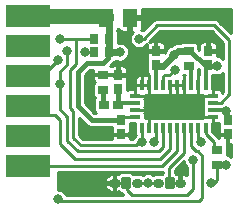
<source format=gtl>
G75*
%MOIN*%
%OFA0B0*%
%FSLAX25Y25*%
%IPPOS*%
%LPD*%
%AMOC8*
5,1,8,0,0,1.08239X$1,22.5*
%
%ADD10R,0.02913X0.03642*%
%ADD11R,0.03642X0.02913*%
%ADD12R,0.05118X0.06299*%
%ADD13R,0.15000X0.07600*%
%ADD14R,0.01378X0.03543*%
%ADD15R,0.03543X0.01378*%
%ADD16C,0.03150*%
%ADD17C,0.01575*%
%ADD18R,0.03543X0.02756*%
%ADD19R,0.02756X0.03543*%
%ADD20C,0.01000*%
%ADD21C,0.03175*%
%ADD22C,0.01600*%
%ADD23C,0.01200*%
%ADD24C,0.02400*%
%ADD25C,0.05000*%
D10*
X0051500Y0048240D03*
X0051500Y0052964D03*
X0050500Y0063240D03*
X0050500Y0067964D03*
X0063000Y0071240D03*
X0063000Y0075964D03*
X0080500Y0075964D03*
X0080500Y0071240D03*
X0087000Y0052964D03*
X0087000Y0048240D03*
D11*
X0050362Y0058102D03*
X0045638Y0058102D03*
D12*
X0046563Y0087102D03*
X0054437Y0087102D03*
D13*
X0020500Y0087602D03*
X0020500Y0077602D03*
X0020500Y0067602D03*
X0020500Y0057602D03*
X0020500Y0047602D03*
X0020500Y0037602D03*
D14*
X0058370Y0050515D03*
X0060732Y0050515D03*
X0063094Y0050515D03*
X0065457Y0050515D03*
X0067819Y0050515D03*
X0070181Y0050515D03*
X0072543Y0050515D03*
X0074906Y0050515D03*
X0077268Y0050515D03*
X0079630Y0050515D03*
X0079630Y0064689D03*
X0077268Y0064689D03*
X0074906Y0064689D03*
X0072543Y0064689D03*
X0070181Y0064689D03*
X0067819Y0064689D03*
X0065457Y0064689D03*
X0063094Y0064689D03*
X0060732Y0064689D03*
X0058370Y0064689D03*
D15*
X0056008Y0061145D03*
X0056008Y0058783D03*
X0056008Y0056421D03*
X0056008Y0054059D03*
X0081992Y0054059D03*
X0081992Y0056421D03*
X0081992Y0058783D03*
X0081992Y0061145D03*
D16*
X0071586Y0032102D02*
X0070800Y0032102D01*
X0064200Y0032102D02*
X0063414Y0032102D01*
X0057086Y0032102D02*
X0056300Y0032102D01*
X0049700Y0032102D02*
X0048914Y0032102D01*
D17*
X0053788Y0033283D02*
X0053788Y0030921D01*
X0052212Y0030921D01*
X0052212Y0033283D01*
X0053788Y0033283D01*
X0053788Y0032495D02*
X0052212Y0032495D01*
X0066712Y0033283D02*
X0066712Y0030921D01*
X0066712Y0033283D02*
X0068288Y0033283D01*
X0068288Y0030921D01*
X0066712Y0030921D01*
X0066712Y0032495D02*
X0068288Y0032495D01*
D18*
X0083500Y0038043D03*
X0083500Y0043161D03*
X0074000Y0071043D03*
X0074000Y0076161D03*
X0045500Y0068161D03*
X0045500Y0063043D03*
D19*
X0047559Y0075602D03*
X0047559Y0080102D03*
X0042441Y0080102D03*
X0042441Y0075602D03*
D20*
X0039500Y0075602D01*
X0036500Y0071602D02*
X0036500Y0080102D01*
X0031000Y0080102D01*
X0033500Y0076102D02*
X0033500Y0071602D01*
X0031000Y0069102D01*
X0031000Y0065102D01*
X0031000Y0056602D01*
X0033500Y0054102D01*
X0033500Y0046102D01*
X0037000Y0042602D01*
X0064000Y0042602D01*
X0065457Y0044059D01*
X0065457Y0050515D01*
X0063094Y0050515D02*
X0063094Y0046197D01*
X0062500Y0045602D01*
X0058500Y0045602D02*
X0058500Y0050385D01*
X0058370Y0050515D01*
X0060732Y0050516D02*
X0060732Y0053787D01*
X0059846Y0053787D01*
X0059715Y0053752D01*
X0059680Y0053787D01*
X0059280Y0053787D01*
X0059280Y0055369D01*
X0059245Y0055404D01*
X0059280Y0055534D01*
X0059280Y0056421D01*
X0059280Y0057307D01*
X0059245Y0057438D01*
X0059280Y0057473D01*
X0059280Y0060093D01*
X0059245Y0060128D01*
X0059280Y0060259D01*
X0059280Y0061145D01*
X0056008Y0061145D01*
X0056008Y0061145D01*
X0059280Y0061145D01*
X0059280Y0061423D01*
X0059551Y0061496D01*
X0059846Y0061417D01*
X0060732Y0061417D01*
X0060732Y0064688D01*
X0060732Y0064688D01*
X0060732Y0064689D02*
X0058370Y0064689D01*
X0058370Y0067960D01*
X0057484Y0067960D01*
X0057102Y0067858D01*
X0056760Y0067661D01*
X0056481Y0067381D01*
X0056283Y0067039D01*
X0056181Y0066658D01*
X0056181Y0064689D01*
X0058370Y0064689D01*
X0058370Y0064689D01*
X0058370Y0067960D01*
X0059257Y0067960D01*
X0059551Y0067881D01*
X0059846Y0067960D01*
X0060732Y0067960D01*
X0060732Y0064689D01*
X0060732Y0064689D01*
X0060732Y0064689D01*
X0060559Y0064689D01*
X0058370Y0064689D01*
X0058370Y0064689D01*
X0058370Y0064689D01*
X0056181Y0064689D01*
X0056181Y0063334D01*
X0056008Y0063334D01*
X0056008Y0061145D01*
X0056008Y0061145D01*
X0056008Y0063334D01*
X0054039Y0063334D01*
X0053657Y0063232D01*
X0053457Y0063116D01*
X0053457Y0065682D01*
X0053401Y0065738D01*
X0053457Y0065946D01*
X0053457Y0067736D01*
X0050728Y0067736D01*
X0050728Y0068193D01*
X0050272Y0068193D01*
X0050272Y0071285D01*
X0048846Y0071285D01*
X0048464Y0071183D01*
X0048122Y0070985D01*
X0047992Y0070855D01*
X0047851Y0070937D01*
X0047643Y0070992D01*
X0047800Y0071149D01*
X0048981Y0072330D01*
X0049558Y0072330D01*
X0049931Y0072703D01*
X0050386Y0072515D01*
X0051614Y0072515D01*
X0052749Y0072985D01*
X0053617Y0073853D01*
X0054087Y0074988D01*
X0054087Y0076216D01*
X0053617Y0077351D01*
X0052749Y0078219D01*
X0051614Y0078689D01*
X0050437Y0078689D01*
X0050437Y0082495D01*
X0050259Y0082673D01*
X0050259Y0082968D01*
X0050548Y0083257D01*
X0050678Y0083031D01*
X0050957Y0082752D01*
X0051299Y0082555D01*
X0051680Y0082452D01*
X0053937Y0082452D01*
X0053937Y0086602D01*
X0054937Y0086602D01*
X0054937Y0082452D01*
X0055484Y0082452D01*
X0054883Y0081851D01*
X0054413Y0080716D01*
X0054413Y0079488D01*
X0054883Y0078353D01*
X0055751Y0077485D01*
X0056886Y0077015D01*
X0058114Y0077015D01*
X0059249Y0077485D01*
X0060117Y0078353D01*
X0060144Y0078418D01*
X0060221Y0078494D01*
X0060146Y0078364D01*
X0060043Y0077983D01*
X0060043Y0076193D01*
X0062772Y0076193D01*
X0062772Y0079285D01*
X0061346Y0079285D01*
X0060964Y0079183D01*
X0060834Y0079108D01*
X0061000Y0079274D01*
X0064328Y0082602D01*
X0081672Y0082602D01*
X0085500Y0078774D01*
X0085500Y0073468D01*
X0085249Y0073719D01*
X0084114Y0074189D01*
X0083457Y0074189D01*
X0083457Y0075736D01*
X0080728Y0075736D01*
X0080728Y0076193D01*
X0080272Y0076193D01*
X0080272Y0079285D01*
X0078846Y0079285D01*
X0078464Y0079183D01*
X0078122Y0078985D01*
X0077843Y0078706D01*
X0077646Y0078364D01*
X0077543Y0077983D01*
X0077543Y0076311D01*
X0077272Y0076583D01*
X0077272Y0078160D01*
X0076393Y0079039D01*
X0071607Y0079039D01*
X0071370Y0078802D01*
X0069963Y0078802D01*
X0068971Y0078391D01*
X0068186Y0077607D01*
X0067251Y0077219D01*
X0066383Y0076351D01*
X0065995Y0075416D01*
X0065957Y0075377D01*
X0065957Y0075736D01*
X0063228Y0075736D01*
X0063228Y0076193D01*
X0062772Y0076193D01*
X0062772Y0075736D01*
X0060043Y0075736D01*
X0060043Y0073946D01*
X0060099Y0073738D01*
X0060043Y0073682D01*
X0060043Y0068798D01*
X0060881Y0067960D01*
X0060732Y0067960D01*
X0060732Y0064689D01*
X0060732Y0064688D02*
X0060732Y0061417D01*
X0061619Y0061417D01*
X0061749Y0061452D01*
X0061784Y0061417D01*
X0066767Y0061417D01*
X0066802Y0061452D01*
X0066932Y0061417D01*
X0067819Y0061417D01*
X0068705Y0061417D01*
X0069000Y0061496D01*
X0069295Y0061417D01*
X0070181Y0061417D01*
X0070181Y0064688D01*
X0070181Y0064688D01*
X0070181Y0061417D01*
X0071068Y0061417D01*
X0071362Y0061496D01*
X0071657Y0061417D01*
X0072543Y0061417D01*
X0072543Y0064688D01*
X0072543Y0064688D01*
X0072543Y0064689D02*
X0070181Y0064689D01*
X0070181Y0064689D01*
X0070008Y0064689D01*
X0067819Y0064689D01*
X0067819Y0064689D01*
X0070181Y0064689D01*
X0072370Y0064689D01*
X0072543Y0064689D01*
X0072543Y0067960D01*
X0072162Y0067960D01*
X0072247Y0068165D01*
X0072806Y0068165D01*
X0072806Y0067960D01*
X0072543Y0067960D01*
X0072543Y0064689D01*
X0072543Y0064689D01*
X0072543Y0064689D01*
X0072543Y0064688D02*
X0072543Y0061417D01*
X0073430Y0061417D01*
X0073560Y0061452D01*
X0073595Y0061417D01*
X0076216Y0061417D01*
X0076251Y0061452D01*
X0076381Y0061417D01*
X0077268Y0061417D01*
X0078154Y0061417D01*
X0078285Y0061452D01*
X0078320Y0061417D01*
X0078720Y0061417D01*
X0078720Y0061145D01*
X0078720Y0060259D01*
X0078755Y0060128D01*
X0078720Y0060093D01*
X0078720Y0055111D01*
X0078755Y0055076D01*
X0078720Y0054945D01*
X0078720Y0054059D01*
X0081992Y0054059D01*
X0081992Y0054059D01*
X0078720Y0054059D01*
X0078720Y0053787D01*
X0061784Y0053787D01*
X0061749Y0053752D01*
X0061619Y0053787D01*
X0060732Y0053787D01*
X0060732Y0050516D01*
X0060732Y0050516D01*
X0060732Y0050560D02*
X0060732Y0050560D01*
X0060732Y0051559D02*
X0060732Y0051559D01*
X0060732Y0052557D02*
X0060732Y0052557D01*
X0060732Y0053556D02*
X0060732Y0053556D01*
X0059280Y0054554D02*
X0078720Y0054554D01*
X0078720Y0055553D02*
X0059280Y0055553D01*
X0059280Y0056421D02*
X0056008Y0056421D01*
X0059280Y0056421D01*
X0059280Y0056551D02*
X0078720Y0056551D01*
X0078720Y0057550D02*
X0059280Y0057550D01*
X0059280Y0058548D02*
X0078720Y0058548D01*
X0078720Y0059547D02*
X0059280Y0059547D01*
X0059280Y0060545D02*
X0078720Y0060545D01*
X0078720Y0061145D02*
X0081992Y0061145D01*
X0081992Y0061145D01*
X0078720Y0061145D01*
X0077268Y0061417D02*
X0077268Y0064688D01*
X0077268Y0064688D01*
X0077268Y0061417D01*
X0077268Y0061544D02*
X0077268Y0061544D01*
X0077268Y0062542D02*
X0077268Y0062542D01*
X0077268Y0063541D02*
X0077268Y0063541D01*
X0077268Y0064539D02*
X0077268Y0064539D01*
X0077268Y0064689D02*
X0077268Y0067960D01*
X0077268Y0064689D01*
X0077268Y0064689D01*
X0077268Y0065538D02*
X0077268Y0065538D01*
X0077268Y0066537D02*
X0077268Y0066537D01*
X0077268Y0067535D02*
X0077268Y0067535D01*
X0077268Y0067960D02*
X0077005Y0067960D01*
X0077005Y0068778D01*
X0077272Y0069044D01*
X0077272Y0070078D01*
X0077330Y0070019D01*
X0077330Y0069917D01*
X0077530Y0069717D01*
X0077530Y0067960D01*
X0077268Y0067960D01*
X0077530Y0068534D02*
X0077005Y0068534D01*
X0077272Y0069532D02*
X0077530Y0069532D01*
X0081730Y0067919D02*
X0082578Y0067919D01*
X0082736Y0068077D01*
X0082886Y0068015D01*
X0084114Y0068015D01*
X0085249Y0068485D01*
X0085500Y0068736D01*
X0085500Y0062430D01*
X0085229Y0062160D01*
X0085162Y0062413D01*
X0084964Y0062755D01*
X0084685Y0063035D01*
X0084343Y0063232D01*
X0083961Y0063334D01*
X0081992Y0063334D01*
X0081819Y0063334D01*
X0081819Y0067082D01*
X0081730Y0067171D01*
X0081730Y0067919D01*
X0081730Y0067535D02*
X0085500Y0067535D01*
X0085500Y0066537D02*
X0081819Y0066537D01*
X0081819Y0065538D02*
X0085500Y0065538D01*
X0085500Y0064539D02*
X0081819Y0064539D01*
X0081819Y0063541D02*
X0085500Y0063541D01*
X0085500Y0062542D02*
X0085087Y0062542D01*
X0087500Y0061602D02*
X0084681Y0058783D01*
X0081992Y0058783D01*
X0081992Y0061145D02*
X0081992Y0063334D01*
X0081992Y0061145D01*
X0081992Y0061145D01*
X0081992Y0061544D02*
X0081992Y0061544D01*
X0081992Y0062542D02*
X0081992Y0062542D01*
X0087500Y0061602D02*
X0087500Y0079602D01*
X0082500Y0084602D01*
X0063500Y0084602D01*
X0059000Y0080102D01*
X0057500Y0080102D01*
X0059284Y0077520D02*
X0060043Y0077520D01*
X0060043Y0076522D02*
X0053961Y0076522D01*
X0054087Y0075523D02*
X0060043Y0075523D01*
X0060043Y0074525D02*
X0053895Y0074525D01*
X0053290Y0073526D02*
X0060043Y0073526D01*
X0060043Y0072528D02*
X0051645Y0072528D01*
X0050355Y0072528D02*
X0049756Y0072528D01*
X0050728Y0071285D02*
X0050728Y0068193D01*
X0053457Y0068193D01*
X0053457Y0069983D01*
X0053354Y0070364D01*
X0053157Y0070706D01*
X0052878Y0070985D01*
X0052536Y0071183D01*
X0052154Y0071285D01*
X0050728Y0071285D01*
X0050728Y0070531D02*
X0050272Y0070531D01*
X0050272Y0069532D02*
X0050728Y0069532D01*
X0050728Y0068534D02*
X0050272Y0068534D01*
X0050272Y0068193D02*
X0050272Y0067736D01*
X0048772Y0067736D01*
X0048772Y0067972D01*
X0045689Y0067972D01*
X0045689Y0068350D01*
X0047543Y0068350D01*
X0047543Y0068193D01*
X0050272Y0068193D01*
X0053457Y0068534D02*
X0060307Y0068534D01*
X0060043Y0069532D02*
X0053457Y0069532D01*
X0053258Y0070531D02*
X0060043Y0070531D01*
X0060043Y0071529D02*
X0048180Y0071529D01*
X0045311Y0068350D02*
X0045311Y0067972D01*
X0042228Y0067972D01*
X0042228Y0066586D01*
X0042331Y0066204D01*
X0042528Y0065862D01*
X0042788Y0065602D01*
X0042228Y0065042D01*
X0042228Y0061044D01*
X0042704Y0060568D01*
X0042317Y0060180D01*
X0042317Y0056024D01*
X0043077Y0055264D01*
X0042590Y0055264D01*
X0039300Y0058555D01*
X0039300Y0068149D01*
X0040953Y0069802D01*
X0042246Y0069802D01*
X0042228Y0069737D01*
X0042228Y0068350D01*
X0045311Y0068350D01*
X0042724Y0065538D02*
X0039300Y0065538D01*
X0039300Y0064539D02*
X0042228Y0064539D01*
X0042228Y0063541D02*
X0039300Y0063541D01*
X0039300Y0062542D02*
X0042228Y0062542D01*
X0042228Y0061544D02*
X0039300Y0061544D01*
X0039300Y0060545D02*
X0042682Y0060545D01*
X0042317Y0059547D02*
X0039300Y0059547D01*
X0039306Y0058548D02*
X0042317Y0058548D01*
X0042317Y0057550D02*
X0040305Y0057550D01*
X0041303Y0056551D02*
X0042317Y0056551D01*
X0042302Y0055553D02*
X0042788Y0055553D01*
X0039790Y0051559D02*
X0037500Y0051559D01*
X0037500Y0052557D02*
X0038792Y0052557D01*
X0037793Y0053556D02*
X0037500Y0053556D01*
X0037500Y0053849D02*
X0040685Y0050664D01*
X0048543Y0050664D01*
X0048543Y0050522D01*
X0048599Y0050466D01*
X0048543Y0050258D01*
X0048543Y0048468D01*
X0051272Y0048468D01*
X0051272Y0048011D01*
X0048543Y0048011D01*
X0048543Y0046602D01*
X0038828Y0046602D01*
X0037500Y0047930D01*
X0037500Y0053849D01*
X0035500Y0056102D02*
X0034500Y0057102D01*
X0034500Y0069602D01*
X0036500Y0071602D01*
X0039684Y0068534D02*
X0042228Y0068534D01*
X0042228Y0069532D02*
X0040683Y0069532D01*
X0039300Y0067535D02*
X0042228Y0067535D01*
X0042241Y0066537D02*
X0039300Y0066537D01*
X0030500Y0073102D02*
X0025000Y0067602D01*
X0023500Y0067602D01*
X0020500Y0067602D01*
X0025000Y0067602D02*
X0025500Y0067602D01*
X0025500Y0069102D01*
X0024500Y0070102D01*
X0020500Y0057602D02*
X0023500Y0054602D01*
X0029500Y0054602D01*
X0031000Y0053102D01*
X0031000Y0045102D01*
X0036000Y0040102D01*
X0064500Y0040102D01*
X0067819Y0043421D01*
X0067819Y0050515D01*
X0070181Y0050515D02*
X0070181Y0042783D01*
X0065000Y0037602D01*
X0020500Y0037602D01*
X0030500Y0035602D02*
X0030500Y0029689D01*
X0031114Y0029689D01*
X0032249Y0029219D01*
X0033117Y0028351D01*
X0033220Y0028102D01*
X0052172Y0028102D01*
X0051640Y0028634D01*
X0051265Y0028634D01*
X0050708Y0029191D01*
X0050598Y0029145D01*
X0050004Y0029027D01*
X0049594Y0029027D01*
X0049594Y0031815D01*
X0049020Y0031815D01*
X0045839Y0031815D01*
X0045839Y0031799D01*
X0045957Y0031205D01*
X0046189Y0030646D01*
X0046525Y0030142D01*
X0046953Y0029714D01*
X0047457Y0029377D01*
X0048016Y0029145D01*
X0048611Y0029027D01*
X0049020Y0029027D01*
X0049020Y0031815D01*
X0049020Y0032389D01*
X0045839Y0032389D01*
X0045839Y0032405D01*
X0045957Y0032999D01*
X0046189Y0033558D01*
X0046525Y0034062D01*
X0046953Y0034490D01*
X0047457Y0034827D01*
X0048016Y0035059D01*
X0048611Y0035177D01*
X0049020Y0035177D01*
X0049020Y0032389D01*
X0049594Y0032389D01*
X0049594Y0035177D01*
X0050004Y0035177D01*
X0050598Y0035059D01*
X0050708Y0035013D01*
X0051265Y0035571D01*
X0054735Y0035571D01*
X0055292Y0035013D01*
X0055688Y0035177D01*
X0057698Y0035177D01*
X0058777Y0034730D01*
X0059886Y0035189D01*
X0061114Y0035189D01*
X0061973Y0034834D01*
X0062802Y0035177D01*
X0064812Y0035177D01*
X0065208Y0035013D01*
X0065500Y0035305D01*
X0065500Y0035602D01*
X0030500Y0035602D01*
X0030500Y0035583D02*
X0065500Y0035583D01*
X0067500Y0037102D02*
X0067500Y0032102D01*
X0069792Y0035013D02*
X0069500Y0035305D01*
X0069500Y0036274D01*
X0072413Y0039186D01*
X0072413Y0038988D01*
X0072883Y0037853D01*
X0073500Y0037236D01*
X0073500Y0034522D01*
X0073043Y0034827D01*
X0072484Y0035059D01*
X0071889Y0035177D01*
X0071480Y0035177D01*
X0071480Y0032389D01*
X0070905Y0032389D01*
X0070905Y0035177D01*
X0070496Y0035177D01*
X0069902Y0035059D01*
X0069792Y0035013D01*
X0069500Y0035583D02*
X0073500Y0035583D01*
X0073500Y0036581D02*
X0069808Y0036581D01*
X0070806Y0037580D02*
X0073156Y0037580D01*
X0072582Y0038578D02*
X0071805Y0038578D01*
X0072543Y0042145D02*
X0067500Y0037102D01*
X0070905Y0034584D02*
X0071480Y0034584D01*
X0071480Y0033586D02*
X0070905Y0033586D01*
X0070905Y0032587D02*
X0071480Y0032587D01*
X0073406Y0034584D02*
X0073500Y0034584D01*
X0075500Y0030102D02*
X0073500Y0028102D01*
X0055000Y0028102D01*
X0053500Y0029602D01*
X0053500Y0031602D01*
X0053000Y0032102D01*
X0049594Y0032587D02*
X0049020Y0032587D01*
X0049020Y0031589D02*
X0049594Y0031589D01*
X0049594Y0030590D02*
X0049020Y0030590D01*
X0049020Y0029592D02*
X0049594Y0029592D01*
X0051681Y0028593D02*
X0032875Y0028593D01*
X0031350Y0029592D02*
X0047136Y0029592D01*
X0046226Y0030590D02*
X0030500Y0030590D01*
X0030500Y0031589D02*
X0045880Y0031589D01*
X0045875Y0032587D02*
X0030500Y0032587D01*
X0030500Y0033586D02*
X0046207Y0033586D01*
X0047094Y0034584D02*
X0030500Y0034584D01*
X0030500Y0026602D02*
X0031000Y0026102D01*
X0077500Y0026102D01*
X0078500Y0027102D01*
X0078500Y0041102D01*
X0077000Y0042602D01*
X0076500Y0042602D01*
X0074906Y0044197D01*
X0074906Y0050515D01*
X0072543Y0050515D02*
X0072543Y0042145D01*
X0075500Y0039602D02*
X0075500Y0030102D01*
X0081500Y0032102D02*
X0082500Y0032102D01*
X0083500Y0033102D01*
X0083500Y0038043D01*
X0085941Y0038043D01*
X0086500Y0038102D01*
X0086772Y0041189D02*
X0086772Y0045160D01*
X0086772Y0045160D01*
X0086772Y0048011D01*
X0087228Y0048011D01*
X0087228Y0044919D01*
X0088000Y0044919D01*
X0088000Y0040822D01*
X0087114Y0041189D01*
X0086772Y0041189D01*
X0086772Y0041574D02*
X0088000Y0041574D01*
X0088000Y0042572D02*
X0086772Y0042572D01*
X0086772Y0043571D02*
X0088000Y0043571D01*
X0088000Y0044569D02*
X0086772Y0044569D01*
X0086772Y0045568D02*
X0087228Y0045568D01*
X0087228Y0046566D02*
X0086772Y0046566D01*
X0086772Y0047565D02*
X0087228Y0047565D01*
X0086772Y0048011D02*
X0084043Y0048011D01*
X0084043Y0046887D01*
X0083328Y0047602D01*
X0081819Y0049112D01*
X0081819Y0051870D01*
X0081992Y0051870D01*
X0081992Y0054059D01*
X0081992Y0054059D01*
X0081992Y0051870D01*
X0083961Y0051870D01*
X0084043Y0051892D01*
X0084043Y0050522D01*
X0084099Y0050466D01*
X0084043Y0050258D01*
X0084043Y0048468D01*
X0086772Y0048468D01*
X0086772Y0048011D01*
X0084043Y0047565D02*
X0083366Y0047565D01*
X0084043Y0048563D02*
X0082367Y0048563D01*
X0081819Y0049562D02*
X0084043Y0049562D01*
X0084043Y0050560D02*
X0081819Y0050560D01*
X0081819Y0051559D02*
X0084043Y0051559D01*
X0081992Y0052557D02*
X0081992Y0052557D01*
X0081992Y0053556D02*
X0081992Y0053556D01*
X0079630Y0050515D02*
X0079630Y0048472D01*
X0082500Y0045602D01*
X0082500Y0043602D01*
X0083500Y0043161D01*
X0078000Y0045602D02*
X0077268Y0045834D01*
X0077268Y0050515D01*
X0072543Y0061544D02*
X0072543Y0061544D01*
X0072543Y0062542D02*
X0072543Y0062542D01*
X0072543Y0063541D02*
X0072543Y0063541D01*
X0072543Y0064539D02*
X0072543Y0064539D01*
X0072543Y0065538D02*
X0072543Y0065538D01*
X0072543Y0066537D02*
X0072543Y0066537D01*
X0072543Y0067535D02*
X0072543Y0067535D01*
X0070181Y0064689D02*
X0070181Y0064689D01*
X0070181Y0064539D02*
X0070181Y0064539D01*
X0070181Y0063541D02*
X0070181Y0063541D01*
X0070181Y0062542D02*
X0070181Y0062542D01*
X0070181Y0061544D02*
X0070181Y0061544D01*
X0067819Y0061544D02*
X0067819Y0061544D01*
X0067819Y0061417D02*
X0067819Y0064688D01*
X0067819Y0064688D01*
X0067819Y0061417D01*
X0067819Y0062542D02*
X0067819Y0062542D01*
X0067819Y0063541D02*
X0067819Y0063541D01*
X0067819Y0064539D02*
X0067819Y0064539D01*
X0065500Y0064689D02*
X0065500Y0067602D01*
X0066000Y0068102D01*
X0067500Y0068102D01*
X0069500Y0069602D01*
X0065500Y0064689D02*
X0065457Y0064689D01*
X0060732Y0064539D02*
X0060732Y0064539D01*
X0060732Y0063541D02*
X0060732Y0063541D01*
X0060732Y0062542D02*
X0060732Y0062542D01*
X0060732Y0061544D02*
X0060732Y0061544D01*
X0060732Y0065538D02*
X0060732Y0065538D01*
X0060732Y0066537D02*
X0060732Y0066537D01*
X0060732Y0067535D02*
X0060732Y0067535D01*
X0058370Y0067535D02*
X0058370Y0067535D01*
X0058370Y0066537D02*
X0058370Y0066537D01*
X0058370Y0065538D02*
X0058370Y0065538D01*
X0056635Y0067535D02*
X0053457Y0067535D01*
X0053457Y0066537D02*
X0056181Y0066537D01*
X0056181Y0065538D02*
X0053457Y0065538D01*
X0053457Y0064539D02*
X0056181Y0064539D01*
X0056181Y0063541D02*
X0053457Y0063541D01*
X0056008Y0062542D02*
X0056008Y0062542D01*
X0056008Y0061544D02*
X0056008Y0061544D01*
X0056008Y0056421D02*
X0056008Y0056421D01*
X0056008Y0054059D02*
X0051362Y0054059D01*
X0051500Y0052964D01*
X0054457Y0051870D02*
X0054457Y0050522D01*
X0054401Y0050466D01*
X0054457Y0050258D01*
X0054457Y0048468D01*
X0051728Y0048468D01*
X0051728Y0048011D01*
X0054457Y0048011D01*
X0054457Y0046602D01*
X0055572Y0046602D01*
X0055883Y0047351D01*
X0056418Y0047886D01*
X0056181Y0048122D01*
X0056181Y0051870D01*
X0054457Y0051870D01*
X0054457Y0051559D02*
X0056181Y0051559D01*
X0056181Y0050560D02*
X0054457Y0050560D01*
X0054457Y0049562D02*
X0056181Y0049562D01*
X0056181Y0048563D02*
X0054457Y0048563D01*
X0054457Y0047565D02*
X0056097Y0047565D01*
X0057500Y0045602D02*
X0056500Y0044602D01*
X0038000Y0044602D01*
X0035500Y0047102D01*
X0035500Y0056102D01*
X0037500Y0050560D02*
X0048543Y0050560D01*
X0048543Y0049562D02*
X0037500Y0049562D01*
X0037500Y0048563D02*
X0048543Y0048563D01*
X0048543Y0047565D02*
X0037866Y0047565D01*
X0049020Y0034584D02*
X0049594Y0034584D01*
X0049594Y0033586D02*
X0049020Y0033586D01*
X0056693Y0032102D02*
X0060500Y0032102D01*
X0063807Y0032102D01*
X0058500Y0045602D02*
X0057500Y0045602D01*
X0083457Y0074525D02*
X0085500Y0074525D01*
X0085500Y0075523D02*
X0083457Y0075523D01*
X0083457Y0076193D02*
X0083457Y0077983D01*
X0083354Y0078364D01*
X0083157Y0078706D01*
X0082878Y0078985D01*
X0082536Y0079183D01*
X0082154Y0079285D01*
X0080728Y0079285D01*
X0080728Y0076193D01*
X0083457Y0076193D01*
X0083457Y0076522D02*
X0085500Y0076522D01*
X0085500Y0077520D02*
X0083457Y0077520D01*
X0083265Y0078519D02*
X0085500Y0078519D01*
X0084756Y0079517D02*
X0061244Y0079517D01*
X0062242Y0080516D02*
X0083758Y0080516D01*
X0082759Y0081514D02*
X0063241Y0081514D01*
X0064239Y0082513D02*
X0081761Y0082513D01*
X0084500Y0085430D02*
X0083328Y0086602D01*
X0062672Y0086602D01*
X0058924Y0082854D01*
X0058254Y0083131D01*
X0058394Y0083373D01*
X0058496Y0083755D01*
X0058496Y0086602D01*
X0054937Y0086602D01*
X0054937Y0087602D01*
X0058496Y0087602D01*
X0058496Y0090102D01*
X0088000Y0090102D01*
X0088000Y0081930D01*
X0084500Y0085430D01*
X0084422Y0085508D02*
X0088000Y0085508D01*
X0088000Y0084510D02*
X0085421Y0084510D01*
X0086419Y0083511D02*
X0088000Y0083511D01*
X0088000Y0082513D02*
X0087418Y0082513D01*
X0088000Y0086507D02*
X0083424Y0086507D01*
X0088000Y0087505D02*
X0054937Y0087505D01*
X0054937Y0086507D02*
X0053937Y0086507D01*
X0053937Y0085508D02*
X0054937Y0085508D01*
X0054937Y0084510D02*
X0053937Y0084510D01*
X0053937Y0083511D02*
X0054937Y0083511D01*
X0054937Y0082513D02*
X0053937Y0082513D01*
X0054743Y0081514D02*
X0050437Y0081514D01*
X0050437Y0080516D02*
X0054413Y0080516D01*
X0054413Y0079517D02*
X0050437Y0079517D01*
X0052026Y0078519D02*
X0054814Y0078519D01*
X0055716Y0077520D02*
X0053448Y0077520D01*
X0051455Y0082513D02*
X0050419Y0082513D01*
X0042441Y0080102D02*
X0036500Y0080102D01*
X0058431Y0083511D02*
X0059581Y0083511D01*
X0060579Y0084510D02*
X0058496Y0084510D01*
X0058496Y0085508D02*
X0061578Y0085508D01*
X0062576Y0086507D02*
X0058496Y0086507D01*
X0058496Y0088504D02*
X0088000Y0088504D01*
X0088000Y0089502D02*
X0058496Y0089502D01*
X0063228Y0079285D02*
X0063228Y0076193D01*
X0065957Y0076193D01*
X0065957Y0077983D01*
X0065854Y0078364D01*
X0065657Y0078706D01*
X0065378Y0078985D01*
X0065036Y0079183D01*
X0064654Y0079285D01*
X0063228Y0079285D01*
X0063228Y0078519D02*
X0062772Y0078519D01*
X0062772Y0077520D02*
X0063228Y0077520D01*
X0063228Y0076522D02*
X0062772Y0076522D01*
X0065765Y0078519D02*
X0069279Y0078519D01*
X0067977Y0077520D02*
X0065957Y0077520D01*
X0065957Y0076522D02*
X0066553Y0076522D01*
X0066040Y0075523D02*
X0065957Y0075523D01*
X0076913Y0078519D02*
X0077735Y0078519D01*
X0077543Y0077520D02*
X0077272Y0077520D01*
X0077333Y0076522D02*
X0077543Y0076522D01*
X0080272Y0076522D02*
X0080728Y0076522D01*
X0080728Y0077520D02*
X0080272Y0077520D01*
X0080272Y0078519D02*
X0080728Y0078519D01*
X0085442Y0073526D02*
X0085500Y0073526D01*
X0085500Y0068534D02*
X0085298Y0068534D01*
D21*
X0030500Y0026602D03*
X0035500Y0032602D03*
X0047000Y0048102D03*
X0055000Y0048102D03*
X0058500Y0045602D03*
X0062500Y0045602D03*
X0061000Y0055102D03*
X0061000Y0060102D03*
X0055000Y0064602D03*
X0054500Y0068102D03*
X0051000Y0075602D03*
X0057500Y0080102D03*
X0060000Y0085602D03*
X0060000Y0088602D03*
X0064500Y0080602D03*
X0069000Y0074602D03*
X0069500Y0069602D03*
X0069000Y0060102D03*
X0069000Y0055102D03*
X0077000Y0055102D03*
X0077000Y0060102D03*
X0083500Y0065102D03*
X0083500Y0071102D03*
X0080500Y0080602D03*
X0086500Y0088602D03*
X0072000Y0088602D03*
X0072000Y0081102D03*
X0086500Y0056102D03*
X0083000Y0050602D03*
X0078000Y0045602D03*
X0075500Y0039602D03*
X0071500Y0036602D03*
X0081500Y0032102D03*
X0086500Y0038102D03*
X0060500Y0032102D03*
X0039000Y0050102D03*
X0041000Y0059102D03*
X0041000Y0068102D03*
X0039500Y0075602D03*
X0033500Y0076102D03*
X0030500Y0073102D03*
X0031000Y0080102D03*
X0031000Y0065102D03*
D22*
X0037000Y0069102D02*
X0040000Y0072102D01*
X0045500Y0072102D01*
X0047000Y0073602D01*
X0047000Y0075043D01*
X0047559Y0075602D01*
X0037000Y0069102D02*
X0037000Y0057602D01*
X0041638Y0052964D01*
X0051500Y0052964D01*
X0050500Y0058102D02*
X0050500Y0063240D01*
X0045500Y0063043D02*
X0045500Y0058102D01*
X0045638Y0058102D01*
X0050362Y0058102D02*
X0050500Y0058102D01*
X0074000Y0076161D02*
X0074441Y0076161D01*
X0079630Y0070972D01*
X0079630Y0070870D01*
X0080500Y0071240D02*
X0080638Y0071102D01*
X0083500Y0071102D01*
X0086500Y0056421D02*
X0086500Y0056102D01*
X0087000Y0052964D01*
D23*
X0086500Y0056421D02*
X0081992Y0056421D01*
X0079630Y0064689D02*
X0079630Y0070870D01*
X0080500Y0071240D01*
X0074906Y0070637D02*
X0074000Y0071043D01*
X0074906Y0070637D02*
X0074906Y0064689D01*
X0063094Y0064689D02*
X0063094Y0071145D01*
X0063000Y0071240D01*
X0056008Y0058783D02*
X0050362Y0058783D01*
X0050362Y0058102D01*
D24*
X0063094Y0071145D02*
X0065543Y0071145D01*
X0069000Y0074602D01*
X0070500Y0076102D01*
X0073941Y0076102D01*
X0074000Y0076161D01*
X0051000Y0075602D02*
X0048000Y0075602D01*
X0047500Y0076102D01*
X0047500Y0075602D01*
X0047559Y0075602D01*
X0047559Y0080102D01*
X0047559Y0087602D01*
X0046563Y0087102D01*
D25*
X0046563Y0087539D01*
X0046500Y0087602D01*
X0020500Y0087602D01*
M02*

</source>
